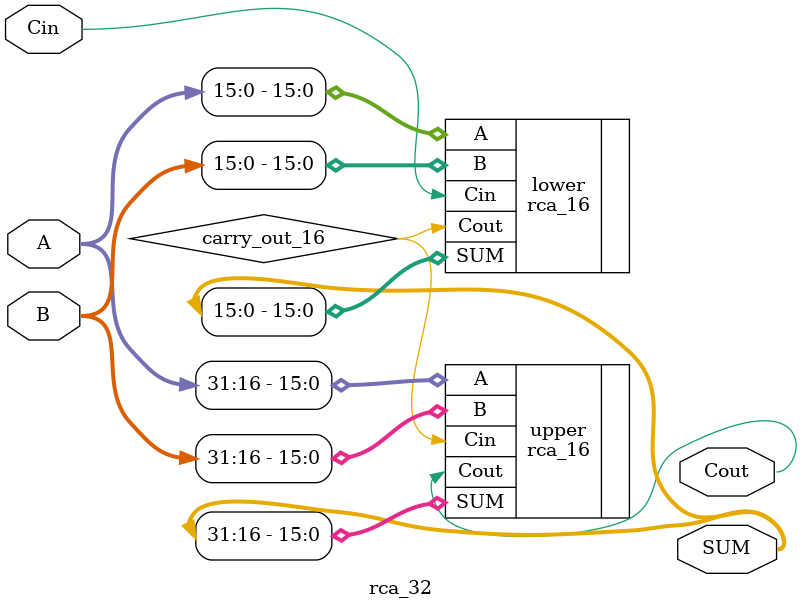
<source format=v>
module rca_32(
    input [31:0] A,
    input [31:0] B,
    input Cin,
    output [31:0] SUM,
    output Cout
);
    wire carry_out_16;

    rca_16 lower(
        .A(A[15:0]),
        .B(B[15:0]),
        .Cin(Cin),
        .SUM(SUM[15:0]),
        .Cout(carry_out_16)
    );

    rca_16 upper(
        .A(A[31:16]),
        .B(B[31:16]),
        .Cin(carry_out_16),
        .SUM(SUM[31:16]),
        .Cout(Cout)
    );
endmodule

</source>
